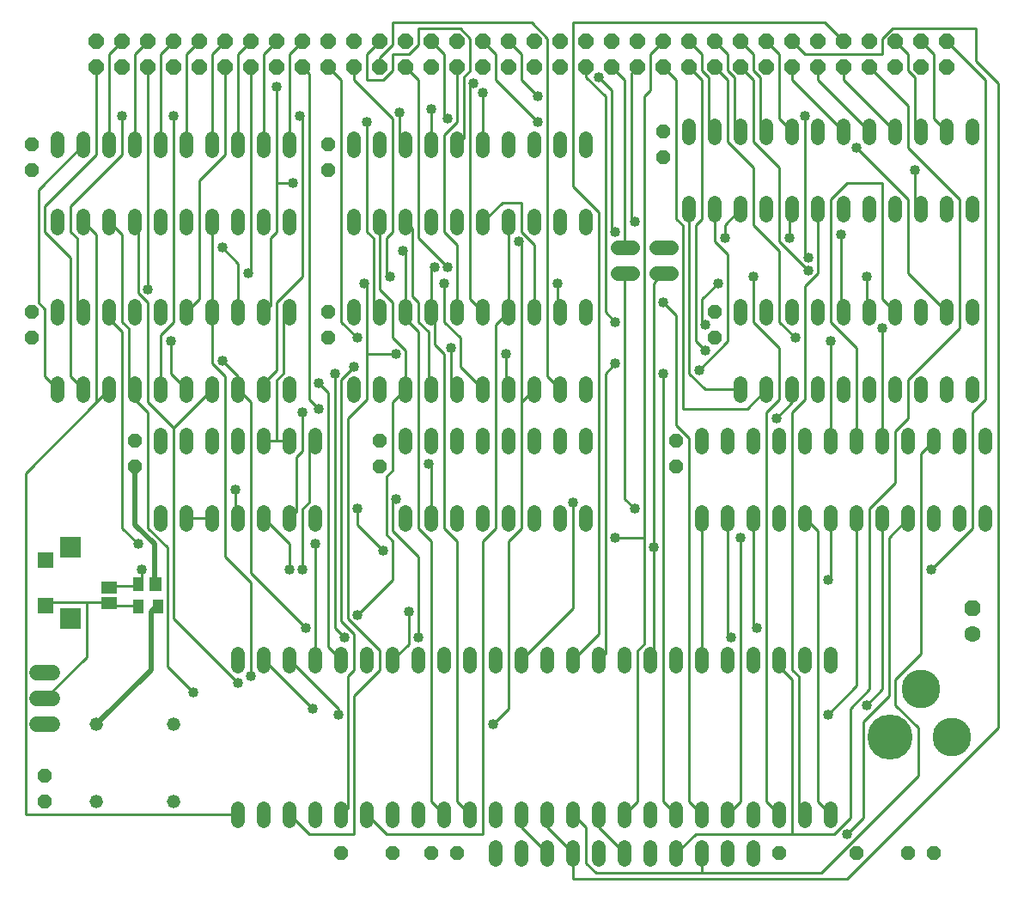
<source format=gtl>
G75*
%MOIN*%
%OFA0B0*%
%FSLAX25Y25*%
%IPPOS*%
%LPD*%
%AMOC8*
5,1,8,0,0,1.08239X$1,22.5*
%
%ADD10C,0.05200*%
%ADD11C,0.05200*%
%ADD12R,0.06300X0.04600*%
%ADD13C,0.06000*%
%ADD14R,0.03937X0.05669*%
%ADD15R,0.04724X0.05669*%
%ADD16R,0.06000X0.06000*%
%ADD17R,0.08250X0.08250*%
%ADD18OC8,0.05200*%
%ADD19C,0.17500*%
%ADD20C,0.15000*%
%ADD21OC8,0.06300*%
%ADD22C,0.06300*%
%ADD23OC8,0.06000*%
%ADD24C,0.05600*%
%ADD25C,0.02000*%
%ADD26C,0.01000*%
%ADD27C,0.04000*%
D10*
X0101300Y0043700D02*
X0101300Y0048900D01*
X0111300Y0048900D02*
X0111300Y0043700D01*
X0121300Y0043700D02*
X0121300Y0048900D01*
X0131300Y0048900D02*
X0131300Y0043700D01*
X0141300Y0043700D02*
X0141300Y0048900D01*
X0151300Y0048900D02*
X0151300Y0043700D01*
X0161300Y0043700D02*
X0161300Y0048900D01*
X0171300Y0048900D02*
X0171300Y0043700D01*
X0181300Y0043700D02*
X0181300Y0048900D01*
X0191300Y0048900D02*
X0191300Y0043700D01*
X0201300Y0043700D02*
X0201300Y0048900D01*
X0211300Y0048900D02*
X0211300Y0043700D01*
X0211300Y0033900D02*
X0211300Y0028700D01*
X0201300Y0028700D02*
X0201300Y0033900D01*
X0221300Y0033900D02*
X0221300Y0028700D01*
X0231300Y0028700D02*
X0231300Y0033900D01*
X0231300Y0043700D02*
X0231300Y0048900D01*
X0241300Y0048900D02*
X0241300Y0043700D01*
X0241300Y0033900D02*
X0241300Y0028700D01*
X0251300Y0028700D02*
X0251300Y0033900D01*
X0251300Y0043700D02*
X0251300Y0048900D01*
X0261300Y0048900D02*
X0261300Y0043700D01*
X0261300Y0033900D02*
X0261300Y0028700D01*
X0271300Y0028700D02*
X0271300Y0033900D01*
X0271300Y0043700D02*
X0271300Y0048900D01*
X0281300Y0048900D02*
X0281300Y0043700D01*
X0281300Y0033900D02*
X0281300Y0028700D01*
X0291300Y0028700D02*
X0291300Y0033900D01*
X0291300Y0043700D02*
X0291300Y0048900D01*
X0301300Y0048900D02*
X0301300Y0043700D01*
X0301300Y0033900D02*
X0301300Y0028700D01*
X0311300Y0043700D02*
X0311300Y0048900D01*
X0321300Y0048900D02*
X0321300Y0043700D01*
X0331300Y0043700D02*
X0331300Y0048900D01*
X0331300Y0103700D02*
X0331300Y0108900D01*
X0321300Y0108900D02*
X0321300Y0103700D01*
X0311300Y0103700D02*
X0311300Y0108900D01*
X0301300Y0108900D02*
X0301300Y0103700D01*
X0291300Y0103700D02*
X0291300Y0108900D01*
X0281300Y0108900D02*
X0281300Y0103700D01*
X0271300Y0103700D02*
X0271300Y0108900D01*
X0261300Y0108900D02*
X0261300Y0103700D01*
X0251300Y0103700D02*
X0251300Y0108900D01*
X0241300Y0108900D02*
X0241300Y0103700D01*
X0231300Y0103700D02*
X0231300Y0108900D01*
X0221300Y0108900D02*
X0221300Y0103700D01*
X0211300Y0103700D02*
X0211300Y0108900D01*
X0201300Y0108900D02*
X0201300Y0103700D01*
X0191300Y0103700D02*
X0191300Y0108900D01*
X0181300Y0108900D02*
X0181300Y0103700D01*
X0171300Y0103700D02*
X0171300Y0108900D01*
X0161300Y0108900D02*
X0161300Y0103700D01*
X0151300Y0103700D02*
X0151300Y0108900D01*
X0141300Y0108900D02*
X0141300Y0103700D01*
X0131300Y0103700D02*
X0131300Y0108900D01*
X0121300Y0108900D02*
X0121300Y0103700D01*
X0111300Y0103700D02*
X0111300Y0108900D01*
X0101300Y0108900D02*
X0101300Y0103700D01*
X0101300Y0158700D02*
X0101300Y0163900D01*
X0111300Y0163900D02*
X0111300Y0158700D01*
X0121300Y0158700D02*
X0121300Y0163900D01*
X0131300Y0163900D02*
X0131300Y0158700D01*
X0131300Y0188700D02*
X0131300Y0193900D01*
X0121300Y0193900D02*
X0121300Y0188700D01*
X0111300Y0188700D02*
X0111300Y0193900D01*
X0101300Y0193900D02*
X0101300Y0188700D01*
X0091300Y0188700D02*
X0091300Y0193900D01*
X0081300Y0193900D02*
X0081300Y0188700D01*
X0071300Y0188700D02*
X0071300Y0193900D01*
X0071300Y0208700D02*
X0071300Y0213900D01*
X0081300Y0213900D02*
X0081300Y0208700D01*
X0091300Y0208700D02*
X0091300Y0213900D01*
X0101300Y0213900D02*
X0101300Y0208700D01*
X0111300Y0208700D02*
X0111300Y0213900D01*
X0121300Y0213900D02*
X0121300Y0208700D01*
X0146300Y0208700D02*
X0146300Y0213900D01*
X0156300Y0213900D02*
X0156300Y0208700D01*
X0166300Y0208700D02*
X0166300Y0213900D01*
X0176300Y0213900D02*
X0176300Y0208700D01*
X0186300Y0208700D02*
X0186300Y0213900D01*
X0196300Y0213900D02*
X0196300Y0208700D01*
X0206300Y0208700D02*
X0206300Y0213900D01*
X0216300Y0213900D02*
X0216300Y0208700D01*
X0226300Y0208700D02*
X0226300Y0213900D01*
X0236300Y0213900D02*
X0236300Y0208700D01*
X0236300Y0193900D02*
X0236300Y0188700D01*
X0226300Y0188700D02*
X0226300Y0193900D01*
X0216300Y0193900D02*
X0216300Y0188700D01*
X0206300Y0188700D02*
X0206300Y0193900D01*
X0196300Y0193900D02*
X0196300Y0188700D01*
X0186300Y0188700D02*
X0186300Y0193900D01*
X0176300Y0193900D02*
X0176300Y0188700D01*
X0166300Y0188700D02*
X0166300Y0193900D01*
X0166300Y0163900D02*
X0166300Y0158700D01*
X0176300Y0158700D02*
X0176300Y0163900D01*
X0186300Y0163900D02*
X0186300Y0158700D01*
X0196300Y0158700D02*
X0196300Y0163900D01*
X0206300Y0163900D02*
X0206300Y0158700D01*
X0216300Y0158700D02*
X0216300Y0163900D01*
X0226300Y0163900D02*
X0226300Y0158700D01*
X0236300Y0158700D02*
X0236300Y0163900D01*
X0281300Y0163900D02*
X0281300Y0158700D01*
X0291300Y0158700D02*
X0291300Y0163900D01*
X0301300Y0163900D02*
X0301300Y0158700D01*
X0311300Y0158700D02*
X0311300Y0163900D01*
X0321300Y0163900D02*
X0321300Y0158700D01*
X0331300Y0158700D02*
X0331300Y0163900D01*
X0341300Y0163900D02*
X0341300Y0158700D01*
X0351300Y0158700D02*
X0351300Y0163900D01*
X0361300Y0163900D02*
X0361300Y0158700D01*
X0371300Y0158700D02*
X0371300Y0163900D01*
X0381300Y0163900D02*
X0381300Y0158700D01*
X0391300Y0158700D02*
X0391300Y0163900D01*
X0391300Y0188700D02*
X0391300Y0193900D01*
X0381300Y0193900D02*
X0381300Y0188700D01*
X0371300Y0188700D02*
X0371300Y0193900D01*
X0361300Y0193900D02*
X0361300Y0188700D01*
X0351300Y0188700D02*
X0351300Y0193900D01*
X0341300Y0193900D02*
X0341300Y0188700D01*
X0331300Y0188700D02*
X0331300Y0193900D01*
X0321300Y0193900D02*
X0321300Y0188700D01*
X0311300Y0188700D02*
X0311300Y0193900D01*
X0301300Y0193900D02*
X0301300Y0188700D01*
X0291300Y0188700D02*
X0291300Y0193900D01*
X0281300Y0193900D02*
X0281300Y0188700D01*
X0296300Y0208700D02*
X0296300Y0213900D01*
X0306300Y0213900D02*
X0306300Y0208700D01*
X0316300Y0208700D02*
X0316300Y0213900D01*
X0326300Y0213900D02*
X0326300Y0208700D01*
X0336300Y0208700D02*
X0336300Y0213900D01*
X0346300Y0213900D02*
X0346300Y0208700D01*
X0356300Y0208700D02*
X0356300Y0213900D01*
X0366300Y0213900D02*
X0366300Y0208700D01*
X0376300Y0208700D02*
X0376300Y0213900D01*
X0386300Y0213900D02*
X0386300Y0208700D01*
X0386300Y0238700D02*
X0386300Y0243900D01*
X0376300Y0243900D02*
X0376300Y0238700D01*
X0366300Y0238700D02*
X0366300Y0243900D01*
X0356300Y0243900D02*
X0356300Y0238700D01*
X0346300Y0238700D02*
X0346300Y0243900D01*
X0336300Y0243900D02*
X0336300Y0238700D01*
X0326300Y0238700D02*
X0326300Y0243900D01*
X0316300Y0243900D02*
X0316300Y0238700D01*
X0306300Y0238700D02*
X0306300Y0243900D01*
X0296300Y0243900D02*
X0296300Y0238700D01*
X0296300Y0278700D02*
X0296300Y0283900D01*
X0286300Y0283900D02*
X0286300Y0278700D01*
X0276300Y0278700D02*
X0276300Y0283900D01*
X0276300Y0308700D02*
X0276300Y0313900D01*
X0286300Y0313900D02*
X0286300Y0308700D01*
X0296300Y0308700D02*
X0296300Y0313900D01*
X0306300Y0313900D02*
X0306300Y0308700D01*
X0316300Y0308700D02*
X0316300Y0313900D01*
X0326300Y0313900D02*
X0326300Y0308700D01*
X0336300Y0308700D02*
X0336300Y0313900D01*
X0346300Y0313900D02*
X0346300Y0308700D01*
X0356300Y0308700D02*
X0356300Y0313900D01*
X0366300Y0313900D02*
X0366300Y0308700D01*
X0376300Y0308700D02*
X0376300Y0313900D01*
X0386300Y0313900D02*
X0386300Y0308700D01*
X0386300Y0283900D02*
X0386300Y0278700D01*
X0376300Y0278700D02*
X0376300Y0283900D01*
X0366300Y0283900D02*
X0366300Y0278700D01*
X0356300Y0278700D02*
X0356300Y0283900D01*
X0346300Y0283900D02*
X0346300Y0278700D01*
X0336300Y0278700D02*
X0336300Y0283900D01*
X0326300Y0283900D02*
X0326300Y0278700D01*
X0316300Y0278700D02*
X0316300Y0283900D01*
X0306300Y0283900D02*
X0306300Y0278700D01*
X0236300Y0278900D02*
X0236300Y0273700D01*
X0226300Y0273700D02*
X0226300Y0278900D01*
X0216300Y0278900D02*
X0216300Y0273700D01*
X0206300Y0273700D02*
X0206300Y0278900D01*
X0196300Y0278900D02*
X0196300Y0273700D01*
X0186300Y0273700D02*
X0186300Y0278900D01*
X0176300Y0278900D02*
X0176300Y0273700D01*
X0166300Y0273700D02*
X0166300Y0278900D01*
X0156300Y0278900D02*
X0156300Y0273700D01*
X0146300Y0273700D02*
X0146300Y0278900D01*
X0121300Y0278900D02*
X0121300Y0273700D01*
X0111300Y0273700D02*
X0111300Y0278900D01*
X0101300Y0278900D02*
X0101300Y0273700D01*
X0091300Y0273700D02*
X0091300Y0278900D01*
X0081300Y0278900D02*
X0081300Y0273700D01*
X0071300Y0273700D02*
X0071300Y0278900D01*
X0061300Y0278900D02*
X0061300Y0273700D01*
X0051300Y0273700D02*
X0051300Y0278900D01*
X0041300Y0278900D02*
X0041300Y0273700D01*
X0031300Y0273700D02*
X0031300Y0278900D01*
X0031300Y0303700D02*
X0031300Y0308900D01*
X0041300Y0308900D02*
X0041300Y0303700D01*
X0051300Y0303700D02*
X0051300Y0308900D01*
X0061300Y0308900D02*
X0061300Y0303700D01*
X0071300Y0303700D02*
X0071300Y0308900D01*
X0081300Y0308900D02*
X0081300Y0303700D01*
X0091300Y0303700D02*
X0091300Y0308900D01*
X0101300Y0308900D02*
X0101300Y0303700D01*
X0111300Y0303700D02*
X0111300Y0308900D01*
X0121300Y0308900D02*
X0121300Y0303700D01*
X0146300Y0303700D02*
X0146300Y0308900D01*
X0156300Y0308900D02*
X0156300Y0303700D01*
X0166300Y0303700D02*
X0166300Y0308900D01*
X0176300Y0308900D02*
X0176300Y0303700D01*
X0186300Y0303700D02*
X0186300Y0308900D01*
X0196300Y0308900D02*
X0196300Y0303700D01*
X0206300Y0303700D02*
X0206300Y0308900D01*
X0216300Y0308900D02*
X0216300Y0303700D01*
X0226300Y0303700D02*
X0226300Y0308900D01*
X0236300Y0308900D02*
X0236300Y0303700D01*
X0236300Y0243900D02*
X0236300Y0238700D01*
X0226300Y0238700D02*
X0226300Y0243900D01*
X0216300Y0243900D02*
X0216300Y0238700D01*
X0206300Y0238700D02*
X0206300Y0243900D01*
X0196300Y0243900D02*
X0196300Y0238700D01*
X0186300Y0238700D02*
X0186300Y0243900D01*
X0176300Y0243900D02*
X0176300Y0238700D01*
X0166300Y0238700D02*
X0166300Y0243900D01*
X0156300Y0243900D02*
X0156300Y0238700D01*
X0146300Y0238700D02*
X0146300Y0243900D01*
X0121300Y0243900D02*
X0121300Y0238700D01*
X0111300Y0238700D02*
X0111300Y0243900D01*
X0101300Y0243900D02*
X0101300Y0238700D01*
X0091300Y0238700D02*
X0091300Y0243900D01*
X0081300Y0243900D02*
X0081300Y0238700D01*
X0071300Y0238700D02*
X0071300Y0243900D01*
X0061300Y0243900D02*
X0061300Y0238700D01*
X0051300Y0238700D02*
X0051300Y0243900D01*
X0041300Y0243900D02*
X0041300Y0238700D01*
X0031300Y0238700D02*
X0031300Y0243900D01*
X0031300Y0213900D02*
X0031300Y0208700D01*
X0041300Y0208700D02*
X0041300Y0213900D01*
X0051300Y0213900D02*
X0051300Y0208700D01*
X0061300Y0208700D02*
X0061300Y0213900D01*
X0071300Y0163900D02*
X0071300Y0158700D01*
X0081300Y0158700D02*
X0081300Y0163900D01*
X0091300Y0163900D02*
X0091300Y0158700D01*
X0221300Y0048900D02*
X0221300Y0043700D01*
D11*
X0076300Y0051300D03*
X0046300Y0051300D03*
X0046300Y0081300D03*
X0076300Y0081300D03*
D12*
X0051300Y0128300D03*
X0051300Y0134300D03*
D13*
X0029300Y0101300D02*
X0023300Y0101300D01*
X0023300Y0091300D02*
X0029300Y0091300D01*
X0029300Y0081300D02*
X0023300Y0081300D01*
D14*
X0062560Y0126969D03*
X0070040Y0126969D03*
X0062560Y0135631D03*
D15*
X0069253Y0135631D03*
D16*
X0026400Y0127450D03*
X0026400Y0145150D03*
D17*
X0036200Y0150100D03*
X0036200Y0122500D03*
D18*
X0026300Y0061300D03*
X0026300Y0051300D03*
X0141300Y0031300D03*
X0161300Y0031300D03*
X0176300Y0031300D03*
X0186300Y0031300D03*
X0311300Y0031300D03*
X0341300Y0031300D03*
X0361300Y0031300D03*
X0371300Y0031300D03*
X0271300Y0181300D03*
X0271300Y0191300D03*
X0286300Y0231300D03*
X0286300Y0241300D03*
X0266300Y0301300D03*
X0266300Y0311300D03*
X0136300Y0306300D03*
X0136300Y0296300D03*
X0136300Y0241300D03*
X0136300Y0231300D03*
X0156300Y0191300D03*
X0156300Y0181300D03*
X0061300Y0181300D03*
X0061300Y0191300D03*
X0021300Y0231300D03*
X0021300Y0241300D03*
X0021300Y0296300D03*
X0021300Y0306300D03*
D19*
X0354095Y0076300D03*
D20*
X0366300Y0095198D03*
X0378111Y0076300D03*
D21*
X0386300Y0126300D03*
D22*
X0386300Y0116300D03*
D23*
X0376300Y0336300D03*
X0376300Y0346300D03*
X0366300Y0346300D03*
X0366300Y0336300D03*
X0356300Y0336300D03*
X0356300Y0346300D03*
X0346300Y0346300D03*
X0346300Y0336300D03*
X0336300Y0336300D03*
X0336300Y0346300D03*
X0326300Y0346300D03*
X0326300Y0336300D03*
X0316300Y0336300D03*
X0316300Y0346300D03*
X0306300Y0346300D03*
X0306300Y0336300D03*
X0296300Y0336300D03*
X0296300Y0346300D03*
X0286300Y0346300D03*
X0286300Y0336300D03*
X0276300Y0336300D03*
X0276300Y0346300D03*
X0266300Y0346300D03*
X0266300Y0336300D03*
X0256300Y0336300D03*
X0256300Y0346300D03*
X0246300Y0346300D03*
X0246300Y0336300D03*
X0236300Y0336300D03*
X0236300Y0346300D03*
X0226300Y0346300D03*
X0226300Y0336300D03*
X0216300Y0336300D03*
X0216300Y0346300D03*
X0206300Y0346300D03*
X0206300Y0336300D03*
X0196300Y0336300D03*
X0196300Y0346300D03*
X0186300Y0346300D03*
X0186300Y0336300D03*
X0176300Y0336300D03*
X0176300Y0346300D03*
X0166300Y0346300D03*
X0166300Y0336300D03*
X0156300Y0336300D03*
X0156300Y0346300D03*
X0146300Y0346300D03*
X0146300Y0336300D03*
X0136300Y0336300D03*
X0136300Y0346300D03*
X0126300Y0346300D03*
X0126300Y0336300D03*
X0116300Y0336300D03*
X0116300Y0346300D03*
X0106300Y0346300D03*
X0106300Y0336300D03*
X0096300Y0336300D03*
X0096300Y0346300D03*
X0086300Y0346300D03*
X0086300Y0336300D03*
X0076300Y0336300D03*
X0076300Y0346300D03*
X0066300Y0346300D03*
X0066300Y0336300D03*
X0056300Y0336300D03*
X0056300Y0346300D03*
X0046300Y0346300D03*
X0046300Y0336300D03*
D24*
X0248500Y0266300D02*
X0254100Y0266300D01*
X0263500Y0266300D02*
X0269100Y0266300D01*
X0269100Y0256300D02*
X0263500Y0256300D01*
X0254100Y0256300D02*
X0248500Y0256300D01*
D25*
X0068800Y0151300D02*
X0068800Y0136300D01*
X0069253Y0135631D01*
X0070040Y0126969D02*
X0068800Y0126300D01*
X0067550Y0125050D01*
X0067550Y0102550D01*
X0046300Y0081300D01*
X0068800Y0151300D02*
X0061300Y0158800D01*
X0061300Y0181300D01*
D26*
X0018800Y0178800D02*
X0018800Y0046300D01*
X0101300Y0046300D01*
X0121300Y0046300D02*
X0128800Y0038800D01*
X0146300Y0038800D01*
X0146300Y0092550D01*
X0156300Y0102550D01*
X0156300Y0110050D01*
X0143800Y0122550D01*
X0143800Y0200050D01*
X0151300Y0207550D01*
X0151300Y0225050D01*
X0162550Y0225050D01*
X0166300Y0226300D02*
X0166300Y0211300D01*
X0161300Y0206300D01*
X0161300Y0180050D01*
X0158800Y0177550D01*
X0158800Y0155050D01*
X0161300Y0152550D01*
X0161300Y0137550D01*
X0147550Y0123800D01*
X0141300Y0121300D02*
X0146300Y0116300D01*
X0146300Y0102550D01*
X0143800Y0100050D01*
X0143800Y0048800D01*
X0141300Y0046300D01*
X0151300Y0046300D02*
X0158800Y0038800D01*
X0196300Y0038800D01*
X0196300Y0152550D01*
X0201300Y0157550D01*
X0201300Y0236300D01*
X0206300Y0241300D01*
X0206300Y0276300D01*
X0211300Y0272550D02*
X0216300Y0267550D01*
X0216300Y0241300D01*
X0225050Y0242550D02*
X0225050Y0252550D01*
X0225050Y0242550D02*
X0226300Y0241300D01*
X0243800Y0241300D02*
X0243800Y0325050D01*
X0236300Y0332550D01*
X0236300Y0336300D01*
X0241300Y0332550D02*
X0246300Y0327550D01*
X0246300Y0273800D01*
X0247550Y0272550D01*
X0253800Y0277550D02*
X0253800Y0333800D01*
X0256300Y0336300D01*
X0261300Y0341300D02*
X0261300Y0327550D01*
X0258800Y0325050D01*
X0258800Y0153800D01*
X0247550Y0153800D01*
X0258800Y0153800D02*
X0258800Y0112550D01*
X0256300Y0110050D01*
X0256300Y0051300D01*
X0251300Y0046300D01*
X0241300Y0046300D02*
X0241300Y0041300D01*
X0251300Y0031300D01*
X0240050Y0023800D02*
X0281300Y0023800D01*
X0327550Y0023800D01*
X0365050Y0061300D01*
X0365050Y0080050D01*
X0356300Y0088800D01*
X0356300Y0098800D01*
X0366300Y0108800D01*
X0366300Y0186300D01*
X0371300Y0191300D01*
X0361300Y0200050D02*
X0356300Y0195050D01*
X0356300Y0175050D01*
X0346300Y0165050D01*
X0346300Y0095050D01*
X0338800Y0087550D01*
X0338800Y0045050D01*
X0332550Y0038800D01*
X0316300Y0038800D01*
X0316300Y0098800D01*
X0311300Y0103800D01*
X0311300Y0106300D01*
X0316300Y0102550D02*
X0316300Y0202550D01*
X0321300Y0207550D01*
X0321300Y0251300D01*
X0326300Y0256300D01*
X0326300Y0281300D01*
X0331300Y0285050D02*
X0337550Y0291300D01*
X0351300Y0291300D01*
X0351300Y0246300D01*
X0356300Y0241300D01*
X0351300Y0235050D02*
X0351300Y0191300D01*
X0361300Y0200050D02*
X0361300Y0215050D01*
X0381300Y0235050D01*
X0381300Y0285050D01*
X0361300Y0305050D01*
X0361300Y0321300D01*
X0346300Y0336300D01*
X0351300Y0341300D02*
X0351300Y0347550D01*
X0355050Y0351300D01*
X0387550Y0351300D01*
X0387550Y0338800D01*
X0396300Y0330050D01*
X0396300Y0080050D01*
X0337550Y0021300D01*
X0231300Y0021300D01*
X0231300Y0031300D01*
X0221300Y0041300D01*
X0221300Y0046300D01*
X0211300Y0046300D02*
X0211300Y0041300D01*
X0221300Y0031300D01*
X0236300Y0027550D02*
X0240050Y0023800D01*
X0236300Y0027550D02*
X0236300Y0041300D01*
X0231300Y0046300D01*
X0266300Y0051300D02*
X0266300Y0217550D01*
X0276300Y0217550D02*
X0282550Y0211300D01*
X0296300Y0211300D01*
X0298800Y0203800D02*
X0273800Y0203800D01*
X0273800Y0275050D01*
X0271300Y0277550D01*
X0271300Y0331300D01*
X0266300Y0336300D01*
X0261300Y0341300D02*
X0266300Y0346300D01*
X0276300Y0346300D02*
X0281300Y0341300D01*
X0281300Y0335050D01*
X0283800Y0332550D01*
X0283800Y0313800D01*
X0286300Y0311300D01*
X0291300Y0307550D02*
X0291300Y0331300D01*
X0286300Y0336300D01*
X0291300Y0335050D02*
X0291300Y0341300D01*
X0286300Y0346300D01*
X0296300Y0346300D02*
X0301300Y0341300D01*
X0301300Y0335050D01*
X0303800Y0332550D01*
X0303800Y0313800D01*
X0306300Y0311300D01*
X0301300Y0307550D02*
X0301300Y0331300D01*
X0296300Y0336300D01*
X0293800Y0332550D02*
X0291300Y0335050D01*
X0293800Y0332550D02*
X0293800Y0313800D01*
X0296300Y0311300D01*
X0291300Y0307550D02*
X0301300Y0297550D01*
X0301300Y0275050D01*
X0311300Y0265050D01*
X0311300Y0237550D01*
X0317550Y0231300D01*
X0311300Y0227550D02*
X0301300Y0237550D01*
X0301300Y0255050D01*
X0291300Y0263800D02*
X0286300Y0268800D01*
X0286300Y0281300D01*
X0281300Y0277550D02*
X0281300Y0331300D01*
X0276300Y0336300D01*
X0251300Y0331300D02*
X0246300Y0336300D01*
X0251300Y0331300D02*
X0251300Y0266300D01*
X0251300Y0256300D02*
X0251300Y0168800D01*
X0255050Y0165050D01*
X0262550Y0150050D02*
X0262550Y0107550D01*
X0261300Y0106300D01*
X0243800Y0108800D02*
X0241300Y0106300D01*
X0243800Y0108800D02*
X0243800Y0217550D01*
X0247550Y0221300D01*
X0247550Y0237550D02*
X0243800Y0241300D01*
X0262550Y0252550D02*
X0266300Y0256300D01*
X0262550Y0252550D02*
X0262550Y0150050D01*
X0281300Y0161300D02*
X0281300Y0106300D01*
X0291300Y0116300D02*
X0291300Y0161300D01*
X0296300Y0153800D02*
X0296300Y0051300D01*
X0291300Y0046300D01*
X0281300Y0046300D02*
X0276300Y0051300D01*
X0276300Y0192550D01*
X0271300Y0197550D01*
X0271300Y0240050D01*
X0266300Y0245050D01*
X0281300Y0246300D02*
X0281300Y0237550D01*
X0282550Y0236300D01*
X0278800Y0230050D02*
X0278800Y0275050D01*
X0281300Y0277550D01*
X0276300Y0281300D02*
X0276300Y0217550D01*
X0280050Y0218800D02*
X0291300Y0230050D01*
X0291300Y0263800D01*
X0290050Y0270050D02*
X0290050Y0275050D01*
X0296300Y0281300D01*
X0311300Y0268800D02*
X0311300Y0297550D01*
X0301300Y0307550D01*
X0311300Y0316300D02*
X0311300Y0341300D01*
X0306300Y0346300D01*
X0316300Y0346300D02*
X0321300Y0341300D01*
X0351300Y0341300D01*
X0356300Y0346300D02*
X0361300Y0341300D01*
X0361300Y0335050D01*
X0363800Y0332550D01*
X0363800Y0313800D01*
X0366300Y0311300D01*
X0371300Y0316300D02*
X0371300Y0341300D01*
X0366300Y0346300D01*
X0376300Y0346300D02*
X0391300Y0331300D01*
X0391300Y0207550D01*
X0386300Y0202550D01*
X0386300Y0157550D01*
X0370050Y0141300D01*
X0353800Y0153800D02*
X0361300Y0161300D01*
X0351300Y0161300D02*
X0351300Y0095050D01*
X0345050Y0088800D01*
X0343800Y0082550D02*
X0353800Y0092550D01*
X0353800Y0153800D01*
X0341300Y0161300D02*
X0341300Y0096300D01*
X0330050Y0085050D01*
X0343800Y0082550D02*
X0343800Y0045050D01*
X0337550Y0038800D01*
X0331300Y0046300D02*
X0326300Y0051300D01*
X0326300Y0156300D01*
X0321300Y0161300D01*
X0331300Y0161300D02*
X0331300Y0138800D01*
X0330050Y0137550D01*
X0302550Y0118800D02*
X0301300Y0120050D01*
X0301300Y0161300D01*
X0331300Y0191300D02*
X0331300Y0230050D01*
X0331300Y0237550D02*
X0331300Y0285050D01*
X0335050Y0271300D02*
X0335050Y0242550D01*
X0336300Y0241300D01*
X0331300Y0237550D02*
X0341300Y0227550D01*
X0341300Y0191300D01*
X0316300Y0206300D02*
X0316300Y0211300D01*
X0316300Y0206300D02*
X0310050Y0200050D01*
X0306300Y0202550D02*
X0311300Y0207550D01*
X0311300Y0227550D01*
X0306300Y0211300D02*
X0298800Y0203800D01*
X0306300Y0202550D02*
X0306300Y0051300D01*
X0311300Y0046300D01*
X0318800Y0048800D02*
X0321300Y0046300D01*
X0318800Y0048800D02*
X0318800Y0100050D01*
X0316300Y0102550D01*
X0292550Y0115050D02*
X0291300Y0116300D01*
X0241300Y0116300D02*
X0231300Y0106300D01*
X0241300Y0116300D02*
X0241300Y0280050D01*
X0231300Y0290050D01*
X0231300Y0353800D01*
X0328800Y0353800D01*
X0336300Y0346300D01*
X0336300Y0336300D02*
X0336300Y0331300D01*
X0356300Y0311300D01*
X0346300Y0311300D02*
X0326300Y0331300D01*
X0326300Y0336300D01*
X0316300Y0336300D02*
X0316300Y0331300D01*
X0336300Y0311300D01*
X0341300Y0305050D02*
X0361300Y0285050D01*
X0361300Y0256300D01*
X0376300Y0241300D01*
X0346300Y0241300D02*
X0345050Y0242550D01*
X0345050Y0255050D01*
X0322550Y0257550D02*
X0311300Y0268800D01*
X0315050Y0270050D02*
X0315050Y0280050D01*
X0316300Y0281300D01*
X0321300Y0263800D02*
X0321300Y0317550D01*
X0316300Y0311300D02*
X0311300Y0316300D01*
X0363800Y0296300D02*
X0363800Y0283800D01*
X0366300Y0281300D01*
X0376300Y0311300D02*
X0371300Y0316300D01*
X0321300Y0263800D02*
X0322550Y0262550D01*
X0287550Y0252550D02*
X0281300Y0246300D01*
X0278800Y0230050D02*
X0282550Y0226300D01*
X0226300Y0211300D02*
X0221300Y0216300D01*
X0221300Y0347550D01*
X0215050Y0353800D01*
X0161300Y0353800D01*
X0161300Y0345050D01*
X0156300Y0340050D01*
X0156300Y0336300D01*
X0157550Y0331300D02*
X0161300Y0335050D01*
X0161300Y0341300D01*
X0167550Y0341300D01*
X0171300Y0345050D01*
X0171300Y0351300D01*
X0187550Y0351300D01*
X0191300Y0347550D01*
X0191300Y0335050D01*
X0188800Y0332550D01*
X0188800Y0308800D01*
X0186300Y0306300D01*
X0181300Y0310050D02*
X0186300Y0315050D01*
X0186300Y0336300D01*
X0181300Y0341300D02*
X0176300Y0346300D01*
X0181300Y0341300D02*
X0181300Y0317550D01*
X0182550Y0316300D01*
X0181300Y0310050D02*
X0181300Y0272550D01*
X0186300Y0267550D01*
X0186300Y0241300D01*
X0181300Y0237550D02*
X0181300Y0252550D01*
X0182550Y0258800D02*
X0171300Y0270050D01*
X0171300Y0331300D01*
X0166300Y0336300D01*
X0157550Y0331300D02*
X0151300Y0331300D01*
X0151300Y0341300D01*
X0156300Y0346300D01*
X0146300Y0336300D02*
X0146300Y0331300D01*
X0161300Y0316300D01*
X0161300Y0272550D01*
X0158800Y0270050D01*
X0158800Y0256300D01*
X0160050Y0255050D01*
X0156300Y0250050D02*
X0161300Y0245050D01*
X0161300Y0231300D01*
X0166300Y0226300D01*
X0171300Y0233800D02*
X0166300Y0238800D01*
X0166300Y0241300D01*
X0166300Y0263800D01*
X0165050Y0265050D01*
X0168800Y0273800D02*
X0168800Y0247550D01*
X0171300Y0245050D01*
X0171300Y0237550D01*
X0175050Y0233800D01*
X0175050Y0212550D01*
X0176300Y0211300D01*
X0183800Y0213800D02*
X0186300Y0211300D01*
X0183800Y0213800D02*
X0183800Y0227550D01*
X0181300Y0225050D02*
X0177550Y0228800D01*
X0177550Y0240050D01*
X0176300Y0241300D01*
X0176300Y0257550D01*
X0177550Y0258800D01*
X0191300Y0246300D02*
X0191300Y0328800D01*
X0192550Y0330050D01*
X0196300Y0326300D02*
X0196300Y0306300D01*
X0176300Y0306300D02*
X0176300Y0320050D01*
X0163800Y0318800D02*
X0163800Y0308800D01*
X0166300Y0306300D01*
X0151300Y0315050D02*
X0151300Y0272550D01*
X0153800Y0270050D01*
X0153800Y0243800D01*
X0156300Y0241300D01*
X0147550Y0231300D02*
X0141300Y0237550D01*
X0141300Y0331300D01*
X0136300Y0336300D01*
X0128800Y0333800D02*
X0126300Y0336300D01*
X0128800Y0333800D02*
X0128800Y0207550D01*
X0132550Y0203800D01*
X0126300Y0202550D02*
X0126300Y0187550D01*
X0123800Y0185050D01*
X0123800Y0163800D01*
X0121300Y0161300D01*
X0126300Y0165050D02*
X0126300Y0141300D01*
X0121300Y0141300D02*
X0121300Y0151300D01*
X0111300Y0161300D01*
X0101300Y0161300D02*
X0100050Y0162550D01*
X0100050Y0172550D01*
X0091300Y0161300D02*
X0081300Y0161300D01*
X0073800Y0150050D02*
X0066300Y0157550D01*
X0066300Y0202550D01*
X0061300Y0207550D01*
X0061300Y0211300D01*
X0058800Y0213800D01*
X0058800Y0235050D01*
X0056300Y0237550D01*
X0056300Y0271300D01*
X0051300Y0276300D01*
X0046300Y0271300D02*
X0046300Y0206300D01*
X0018800Y0178800D01*
X0046300Y0206300D02*
X0051300Y0211300D01*
X0041300Y0211300D02*
X0036300Y0216300D01*
X0036300Y0262550D01*
X0026300Y0272550D01*
X0026300Y0282550D01*
X0046300Y0302550D01*
X0046300Y0336300D01*
X0051300Y0341300D02*
X0056300Y0346300D01*
X0051300Y0341300D02*
X0051300Y0306300D01*
X0056300Y0302550D02*
X0056300Y0317550D01*
X0061300Y0306300D02*
X0061300Y0341300D01*
X0066300Y0346300D01*
X0071300Y0341300D02*
X0076300Y0346300D01*
X0071300Y0341300D02*
X0071300Y0306300D01*
X0081300Y0306300D02*
X0081300Y0341300D01*
X0086300Y0346300D01*
X0091300Y0341300D02*
X0096300Y0346300D01*
X0101300Y0341300D02*
X0106300Y0346300D01*
X0101300Y0341300D02*
X0101300Y0306300D01*
X0096300Y0302550D02*
X0096300Y0336300D01*
X0091300Y0341300D02*
X0091300Y0306300D01*
X0096300Y0302550D02*
X0086300Y0292550D01*
X0086300Y0246300D01*
X0081300Y0241300D01*
X0076300Y0237550D02*
X0076300Y0317550D01*
X0066300Y0336300D02*
X0066300Y0250050D01*
X0062550Y0248800D02*
X0066300Y0245050D01*
X0066300Y0206300D01*
X0076300Y0196300D01*
X0091300Y0211300D01*
X0096300Y0216300D02*
X0091300Y0221300D01*
X0091300Y0241300D01*
X0091300Y0276300D01*
X0095050Y0266300D02*
X0101300Y0260050D01*
X0101300Y0241300D01*
X0111300Y0241300D02*
X0113800Y0243800D01*
X0113800Y0270050D01*
X0116300Y0272550D01*
X0116300Y0291300D01*
X0122550Y0291300D01*
X0116300Y0291300D02*
X0116300Y0328800D01*
X0106300Y0336300D02*
X0106300Y0257550D01*
X0105050Y0256300D01*
X0116300Y0245050D02*
X0116300Y0218800D01*
X0111300Y0213800D01*
X0111300Y0211300D01*
X0116300Y0215050D02*
X0116300Y0191300D01*
X0111300Y0191300D01*
X0116300Y0191300D02*
X0121300Y0191300D01*
X0128800Y0188800D02*
X0128800Y0167550D01*
X0126300Y0165050D01*
X0131300Y0151300D02*
X0131300Y0106300D01*
X0136300Y0111300D02*
X0136300Y0210050D01*
X0132550Y0213800D01*
X0138800Y0217550D02*
X0138800Y0118800D01*
X0142550Y0115050D01*
X0141300Y0121300D02*
X0141300Y0215050D01*
X0146300Y0220050D01*
X0151300Y0225050D02*
X0151300Y0251300D01*
X0150050Y0252550D01*
X0156300Y0250050D02*
X0156300Y0276300D01*
X0166300Y0276300D02*
X0168800Y0273800D01*
X0196300Y0276300D02*
X0203800Y0283800D01*
X0211300Y0283800D01*
X0211300Y0272550D01*
X0210050Y0268800D02*
X0211300Y0267550D01*
X0211300Y0206300D01*
X0216300Y0211300D01*
X0211300Y0206300D02*
X0211300Y0157550D01*
X0206300Y0152550D01*
X0206300Y0087550D01*
X0200050Y0081300D01*
X0211300Y0106300D02*
X0231300Y0126300D01*
X0231300Y0167550D01*
X0186300Y0152550D02*
X0181300Y0157550D01*
X0181300Y0225050D01*
X0187550Y0220050D02*
X0187550Y0231300D01*
X0181300Y0237550D01*
X0171300Y0233800D02*
X0171300Y0157550D01*
X0176300Y0152550D01*
X0176300Y0051300D01*
X0181300Y0046300D01*
X0186300Y0051300D02*
X0186300Y0152550D01*
X0176300Y0161300D02*
X0176300Y0181300D01*
X0175050Y0182550D01*
X0162550Y0168800D02*
X0161300Y0167550D01*
X0161300Y0156300D01*
X0171300Y0146300D01*
X0171300Y0115050D01*
X0167550Y0112550D02*
X0167550Y0125050D01*
X0167550Y0112550D02*
X0161300Y0106300D01*
X0141300Y0106300D02*
X0136300Y0111300D01*
X0127550Y0118800D02*
X0106300Y0140050D01*
X0106300Y0206300D01*
X0101300Y0211300D01*
X0101300Y0216300D01*
X0095050Y0222550D01*
X0096300Y0216300D02*
X0096300Y0146300D01*
X0106300Y0136300D01*
X0106300Y0100050D01*
X0101300Y0097550D02*
X0076300Y0122550D01*
X0076300Y0196300D01*
X0071300Y0211300D02*
X0071300Y0232550D01*
X0076300Y0237550D01*
X0075050Y0230050D02*
X0075050Y0217550D01*
X0081300Y0211300D01*
X0056300Y0233800D02*
X0051300Y0238800D01*
X0051300Y0241300D01*
X0056300Y0233800D02*
X0056300Y0157550D01*
X0062550Y0151300D01*
X0063800Y0141300D02*
X0063800Y0136300D01*
X0062560Y0135631D01*
X0062550Y0135050D01*
X0051300Y0135050D01*
X0051300Y0134300D01*
X0051300Y0128800D02*
X0042550Y0128800D01*
X0042550Y0107550D01*
X0026300Y0091300D01*
X0026400Y0127450D02*
X0027550Y0127550D01*
X0027550Y0128800D01*
X0042550Y0128800D01*
X0051300Y0128800D02*
X0051300Y0128300D01*
X0051300Y0127550D01*
X0062550Y0127550D01*
X0062560Y0126969D01*
X0073800Y0150050D02*
X0073800Y0103800D01*
X0083800Y0093800D01*
X0111300Y0106300D02*
X0130050Y0087550D01*
X0140050Y0087550D02*
X0140050Y0085050D01*
X0140050Y0087550D02*
X0121300Y0106300D01*
X0157550Y0148800D02*
X0147550Y0158800D01*
X0147550Y0165050D01*
X0128800Y0188800D02*
X0131300Y0191300D01*
X0116300Y0215050D02*
X0118800Y0217550D01*
X0118800Y0238800D01*
X0121300Y0241300D01*
X0116300Y0245050D02*
X0126300Y0255050D01*
X0126300Y0316300D01*
X0125050Y0317550D01*
X0121300Y0306300D02*
X0121300Y0341300D01*
X0126300Y0346300D01*
X0116300Y0346300D02*
X0111300Y0341300D01*
X0111300Y0306300D01*
X0062550Y0275050D02*
X0062550Y0248800D01*
X0041300Y0241300D02*
X0038800Y0243800D01*
X0038800Y0270050D01*
X0036300Y0272550D01*
X0036300Y0282550D01*
X0056300Y0302550D01*
X0041300Y0306300D02*
X0023800Y0288800D01*
X0023800Y0245050D01*
X0026300Y0242550D01*
X0026300Y0216300D01*
X0031300Y0211300D01*
X0046300Y0271300D02*
X0041300Y0276300D01*
X0061300Y0276300D02*
X0062550Y0275050D01*
X0187550Y0220050D02*
X0196300Y0211300D01*
X0205050Y0212550D02*
X0206300Y0211300D01*
X0205050Y0212550D02*
X0205050Y0225050D01*
X0196300Y0241300D02*
X0191300Y0246300D01*
X0253800Y0277550D02*
X0255050Y0276300D01*
X0217550Y0315050D02*
X0201300Y0331300D01*
X0201300Y0341300D01*
X0196300Y0346300D01*
X0206300Y0346300D02*
X0211300Y0341300D01*
X0211300Y0331300D01*
X0217550Y0325050D01*
X0186300Y0051300D02*
X0191300Y0046300D01*
X0266300Y0051300D02*
X0271300Y0046300D01*
X0278800Y0038800D02*
X0316300Y0038800D01*
X0281300Y0031300D02*
X0281300Y0023800D01*
X0271300Y0031300D02*
X0278800Y0038800D01*
D27*
X0330050Y0085050D03*
X0345050Y0088800D03*
X0302550Y0118800D03*
X0292550Y0115050D03*
X0330050Y0137550D03*
X0296300Y0153800D03*
X0262550Y0150050D03*
X0247550Y0153800D03*
X0255050Y0165050D03*
X0231300Y0167550D03*
X0175050Y0182550D03*
X0162550Y0168800D03*
X0147550Y0165050D03*
X0131300Y0151300D03*
X0126300Y0141300D03*
X0121300Y0141300D03*
X0127550Y0118800D03*
X0142550Y0115050D03*
X0147550Y0123800D03*
X0167550Y0125050D03*
X0171300Y0115050D03*
X0140050Y0085050D03*
X0130050Y0087550D03*
X0106300Y0100050D03*
X0101300Y0097550D03*
X0083800Y0093800D03*
X0063800Y0141300D03*
X0062550Y0151300D03*
X0100050Y0172550D03*
X0126300Y0202550D03*
X0132550Y0203800D03*
X0132550Y0213800D03*
X0138800Y0217550D03*
X0146300Y0220050D03*
X0147550Y0231300D03*
X0162550Y0225050D03*
X0183800Y0227550D03*
X0205050Y0225050D03*
X0225050Y0252550D03*
X0210050Y0268800D03*
X0182550Y0258800D03*
X0177550Y0258800D03*
X0181300Y0252550D03*
X0165050Y0265050D03*
X0160050Y0255050D03*
X0150050Y0252550D03*
X0105050Y0256300D03*
X0095050Y0266300D03*
X0066300Y0250050D03*
X0075050Y0230050D03*
X0095050Y0222550D03*
X0122550Y0291300D03*
X0125050Y0317550D03*
X0116300Y0328800D03*
X0151300Y0315050D03*
X0163800Y0318800D03*
X0176300Y0320050D03*
X0182550Y0316300D03*
X0192550Y0330050D03*
X0196300Y0326300D03*
X0217550Y0325050D03*
X0217550Y0315050D03*
X0241300Y0332550D03*
X0255050Y0276300D03*
X0247550Y0272550D03*
X0266300Y0245050D03*
X0282550Y0236300D03*
X0282550Y0226300D03*
X0280050Y0218800D03*
X0266300Y0217550D03*
X0247550Y0221300D03*
X0247550Y0237550D03*
X0287550Y0252550D03*
X0301300Y0255050D03*
X0290050Y0270050D03*
X0315050Y0270050D03*
X0322550Y0262550D03*
X0322550Y0257550D03*
X0335050Y0271300D03*
X0345050Y0255050D03*
X0351300Y0235050D03*
X0331300Y0230050D03*
X0317550Y0231300D03*
X0310050Y0200050D03*
X0370050Y0141300D03*
X0337550Y0038800D03*
X0200050Y0081300D03*
X0157550Y0148800D03*
X0341300Y0305050D03*
X0321300Y0317550D03*
X0363800Y0296300D03*
X0076300Y0317550D03*
X0056300Y0317550D03*
M02*

</source>
